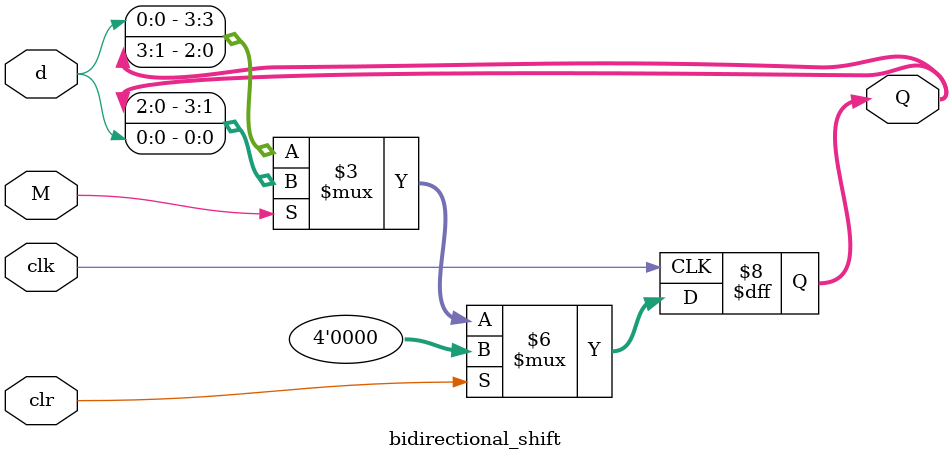
<source format=v>
module bidirectional_shift(input clk,d,M,clr,output reg [3:0]Q);

always @(posedge clk)
begin
  if (clr)
   Q <= 0;
  else begin
    if(M)
	 Q <= {Q[2:0], d};
	else
	 Q <= {d, Q[3:1]};
   end
   end
endmodule

</source>
